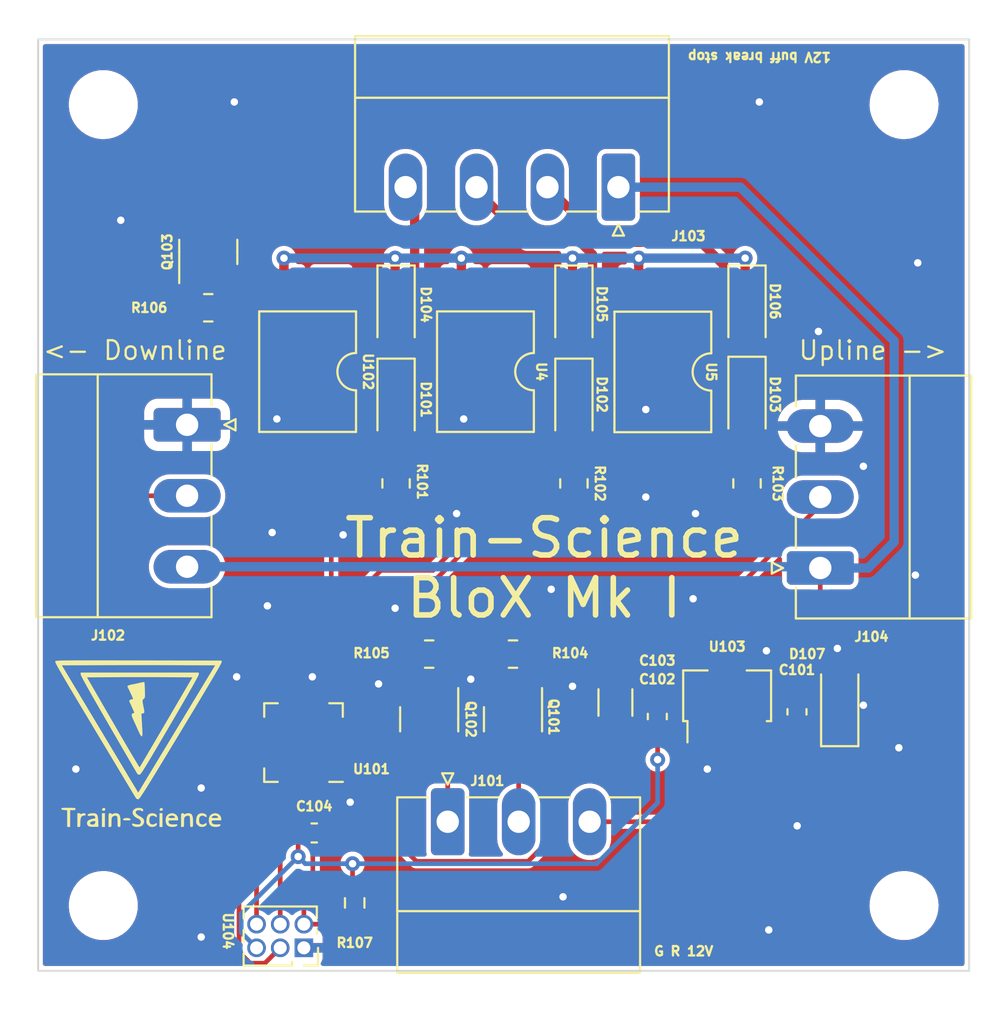
<source format=kicad_pcb>
(kicad_pcb (version 20211014) (generator pcbnew)
  (layers (0 "F.Cu" signal) (31 "B.Cu" signal) (34 "B.Paste" user) (35 "F.Paste" user) (36 "B.SilkS" user "B.Silkscreen") (37 "F.SilkS" user "F.Silkscreen") (38 "B.Mask" user) (39 "F.Mask" user) (44 "Edge.Cuts" user))
  (net 0 "")
  (net 1 "/stop")
  (net 2 "GND")
  (net 3 "/downline")
  (net 4 "/upline")
  (net 5 "/PWM")
  (net 6 "+5V")
  (net 7 "+12V")
  (net 8 "Net-(D101-Pad1)")
  (net 9 "/StopTrack")
  (net 10 "Net-(D102-Pad1)")
  (net 11 "/BreakTrack")
  (net 12 "Net-(D103-Pad1)")
  (net 13 "/BuffTrack")
  (net 14 "/red")
  (net 15 "/redAspect")
  (net 16 "/green")
  (net 17 "/greenAspect")
  (net 18 "Net-(R101-Pad2)")
  (net 19 "/break")
  (net 20 "/buff")
  (net 25 "/RESET")
  (net 26 "/MOSI")
  (net 27 "/MISO")
  (net 28 "/SCK")
  (net 29 "Net-(D104-Pad1)")
  (net 30 "Net-(R102-Pad2)")
  (net 31 "Net-(R103-Pad2)")
  (footprint "Package_TO_SOT_SMD:SOT-23" (layer "F.Cu") (at 223.5 111.5 -90)
    (fp_text reference "Q101" (at -0.121 -2.179 -90 unlocked) (layer "F.SilkS") (effects (font (size 0.5 0.5))))
    (fp_text value "AO3400A")
    (pad "1" smd roundrect (at -0.9375 -0.95 270) (size 1.475 0.6) (layers "F.Cu" "F.Paste" "F.Mask") (net 14 "/red"))
    (pad "2" smd roundrect (at -0.9375 0.95 270) (size 1.475 0.6) (layers "F.Cu" "F.Paste" "F.Mask") (net 2 "GND"))
    (pad "3" smd roundrect (at 0.9375 0 270) (size 1.475 0.6) (layers "F.Cu" "F.Paste" "F.Mask") (net 15 "/redAspect"))
  )
  (footprint "Package_DFN_QFN:MLF-20-1EP_4x4mm_P0.5mm_EP2.6x2.6mm" (layer "F.Cu") (at 212.25 112.75 180)
    (fp_text reference "U101" (at -3.65 -1.423 unlocked) (layer "F.SilkS") (effects (font (size 0.5 0.5))))
    (fp_text value "ATtiny2313A-M")
    (pad "1" smd roundrect (at -1.925 -1 180) (size 0.85 0.25) (layers "F.Cu" "F.Paste" "F.Mask"))
    (pad "2" smd roundrect (at -1.925 -0.5 180) (size 0.85 0.25) (layers "F.Cu" "F.Paste" "F.Mask"))
    (pad "3" smd roundrect (at -1.925 0 180) (size 0.85 0.25) (layers "F.Cu" "F.Paste" "F.Mask"))
    (pad "4" smd roundrect (at -1.925 0.5 180) (size 0.85 0.25) (layers "F.Cu" "F.Paste" "F.Mask"))
    (pad "5" smd roundrect (at -1.925 1 180) (size 0.85 0.25) (layers "F.Cu" "F.Paste" "F.Mask") (net 16 "/green"))
    (pad "6" smd roundrect (at -1 1.925 180) (size 0.25 0.85) (layers "F.Cu" "F.Paste" "F.Mask") (net 14 "/red"))
    (pad "7" smd roundrect (at -0.5 1.925 180) (size 0.25 0.85) (layers "F.Cu" "F.Paste" "F.Mask") (net 20 "/buff"))
    (pad "8" smd roundrect (at 0 1.925 180) (size 0.25 0.85) (layers "F.Cu" "F.Paste" "F.Mask") (net 2 "GND"))
    (pad "9" smd roundrect (at 0.5 1.925 180) (size 0.25 0.85) (layers "F.Cu" "F.Paste" "F.Mask") (net 19 "/break"))
    (pad "10" smd roundrect (at 1 1.925 180) (size 0.25 0.85) (layers "F.Cu" "F.Paste" "F.Mask") (net 1 "/stop"))
    (pad "11" smd roundrect (at 1.925 1 180) (size 0.85 0.25) (layers "F.Cu" "F.Paste" "F.Mask") (net 3 "/downline"))
    (pad "12" smd roundrect (at 1.925 0.5 180) (size 0.85 0.25) (layers "F.Cu" "F.Paste" "F.Mask"))
    (pad "13" smd roundrect (at 1.925 0 180) (size 0.85 0.25) (layers "F.Cu" "F.Paste" "F.Mask"))
    (pad "14" smd roundrect (at 1.925 -0.5 180) (size 0.85 0.25) (layers "F.Cu" "F.Paste" "F.Mask") (net 5 "/PWM"))
    (pad "15" smd roundrect (at 1.925 -1 180) (size 0.85 0.25) (layers "F.Cu" "F.Paste" "F.Mask") (net 26 "/MOSI"))
    (pad "16" smd roundrect (at 1 -1.925 180) (size 0.25 0.85) (layers "F.Cu" "F.Paste" "F.Mask") (net 27 "/MISO"))
    (pad "17" smd roundrect (at 0.5 -1.925 180) (size 0.25 0.85) (layers "F.Cu" "F.Paste" "F.Mask") (net 28 "/SCK"))
    (pad "18" smd roundrect (at 0 -1.925 180) (size 0.25 0.85) (layers "F.Cu" "F.Paste" "F.Mask") (net 6 "+5V"))
    (pad "19" smd roundrect (at -0.5 -1.925 180) (size 0.25 0.85) (layers "F.Cu" "F.Paste" "F.Mask") (net 25 "/RESET"))
    (pad "20" smd roundrect (at -1 -1.925 180) (size 0.25 0.85) (layers "F.Cu" "F.Paste" "F.Mask") (net 4 "/upline"))
    (pad "21" smd rect (at 0 0 180) (size 2.6 2.6) (layers "F.Cu" "F.Mask") (net 2 "GND"))
  )
  (footprint "Package_DIP:SMDIP-4_W9.53mm_Clearance8mm" (layer "F.Cu") (at 222.021 92.837 -90)
    (fp_text reference "U4" (at 0 -3 -90 unlocked) (layer "F.SilkS") (effects (font (size 0.5 0.5))))
    (fp_text value "SFH617A-3X017T")
    (pad "1" smd rect (at -4.765 -1.27 270) (size 1.5 1.78) (layers "F.Cu" "F.Paste" "F.Mask") (net 30 "Net-(R102-Pad2)"))
    (pad "2" smd rect (at -4.765 1.27 270) (size 1.5 1.78) (layers "F.Cu" "F.Paste" "F.Mask") (net 29 "Net-(D104-Pad1)"))
    (pad "3" smd rect (at 4.765 1.27 270) (size 1.5 1.78) (layers "F.Cu" "F.Paste" "F.Mask") (net 2 "GND"))
    (pad "4" smd rect (at 4.765 -1.27 270) (size 1.5 1.78) (layers "F.Cu" "F.Paste" "F.Mask") (net 19 "/break"))
  )
  (footprint "Resistor_SMD:R_0603_1608Metric_Pad0.98x0.95mm_HandSolder" (layer "F.Cu") (at 215 121.3575 -90)
    (fp_text reference "R107" (at 2.1425 0 unlocked) (layer "F.SilkS") (effects (font (size 0.5 0.5))))
    (fp_text value "10k")
    (pad "1" smd roundrect (at -0.9125 0 270) (size 0.975 0.95) (layers "F.Cu" "F.Paste" "F.Mask") (net 6 "+5V"))
    (pad "2" smd roundrect (at 0.9125 0 270) (size 0.975 0.95) (layers "F.Cu" "F.Paste" "F.Mask") (net 25 "/RESET"))
  )
  (footprint "custom_kicad_lib_sk:Train-Science logo small" (layer "F.Cu") (at 203.454 112.903)
    (fp_text reference "G***" hide)
    (fp_text value "LOGO" hide)
  )
  (footprint "Connector_Phoenix_MC:PhoenixContact_MC_1,5_3-G-3.81_1x03_P3.81mm_Horizontal" (layer "F.Cu") (at 206 95.69 -90)
    (fp_text reference "J102" (at 11.31 4.25 unlocked) (layer "F.SilkS") (effects (font (size 0.5 0.5))))
    (fp_text value "Conn_01x03_Male")
    (pad "1" thru_hole roundrect (at 0 0 270) (size 1.8 3.6) (drill 1.2) (layers *.Cu *.Mask) (roundrect_rratio 0.138889) (net 2 "GND"))
    (pad "2" thru_hole oval (at 3.81 0 270) (size 1.8 3.6) (drill 1.2) (layers *.Cu *.Mask) (net 3 "/downline"))
    (pad "3" thru_hole oval (at 7.62 0 270) (size 1.8 3.6) (drill 1.2) (layers *.Cu *.Mask) (net 7 "+12V"))
  )
  (footprint "MountingHole:MountingHole_3.2mm_M3" (layer "F.Cu") (at 244.5 78.5)
    (fp_text reference "H104" hide)
    (fp_text value "MountingHole")
    (pad "" np_thru_hole circle (at 0 0) (size 3.2 3.2) (drill 3.2) (layers *.Cu *.Mask))
  )
  (footprint "Resistor_SMD:R_0805_2012Metric_Pad1.20x1.40mm_HandSolder" (layer "F.Cu") (at 223.5 108 180)
    (fp_text reference "R104" (at -3.068 0.05 unlocked) (layer "F.SilkS") (effects (font (size 0.5 0.5))))
    (fp_text value "22k")
    (pad "1" smd roundrect (at -1 0 180) (size 1.2 1.4) (layers "F.Cu" "F.Paste" "F.Mask") (roundrect_rratio 0.208333) (net 14 "/red"))
    (pad "2" smd roundrect (at 1 0 180) (size 1.2 1.4) (layers "F.Cu" "F.Paste" "F.Mask") (roundrect_rratio 0.208333) (net 2 "GND"))
  )
  (footprint "Resistor_SMD:R_0805_2012Metric_Pad1.20x1.40mm_HandSolder" (layer "F.Cu") (at 217.221 98.837 -90)
    (fp_text reference "R101" (at -0.1 -1.4 -90 unlocked) (layer "F.SilkS") (effects (font (size 0.5 0.5))))
    (fp_text value "47R")
    (pad "1" smd roundrect (at -1 0 270) (size 1.2 1.4) (layers "F.Cu" "F.Paste" "F.Mask") (roundrect_rratio 0.208333) (net 9 "/StopTrack"))
    (pad "2" smd roundrect (at 1 0 270) (size 1.2 1.4) (layers "F.Cu" "F.Paste" "F.Mask") (roundrect_rratio 0.208333) (net 18 "Net-(R101-Pad2)"))
  )
  (footprint "Capacitor_SMD:C_0603_1608Metric_Pad1.08x0.95mm_HandSolder" (layer "F.Cu") (at 212.8255 117.602)
    (fp_text reference "C104" (at 0 -1.43 unlocked) (layer "F.SilkS") (effects (font (size 0.5 0.5))))
    (fp_text value "100nF")
    (pad "1" smd roundrect (at -0.8625 0) (size 1.075 0.95) (layers "F.Cu" "F.Paste" "F.Mask") (net 6 "+5V"))
    (pad "2" smd roundrect (at 0.8625 0) (size 1.075 0.95) (layers "F.Cu" "F.Paste" "F.Mask") (net 2 "GND"))
  )
  (footprint "Package_DIP:SMDIP-4_W9.53mm_Clearance8mm" (layer "F.Cu") (at 231.547 92.852 -90)
    (fp_text reference "U5" (at 0 -2.6 -90 unlocked) (layer "F.SilkS") (effects (font (size 0.5 0.5))))
    (fp_text value "SFH617A-3X017T")
    (pad "1" smd rect (at -4.765 -1.27 270) (size 1.5 1.78) (layers "F.Cu" "F.Paste" "F.Mask") (net 31 "Net-(R103-Pad2)"))
    (pad "2" smd rect (at -4.765 1.27 270) (size 1.5 1.78) (layers "F.Cu" "F.Paste" "F.Mask") (net 29 "Net-(D104-Pad1)"))
    (pad "3" smd rect (at 4.765 1.27 270) (size 1.5 1.78) (layers "F.Cu" "F.Paste" "F.Mask") (net 2 "GND"))
    (pad "4" smd rect (at 4.765 -1.27 270) (size 1.5 1.78) (layers "F.Cu" "F.Paste" "F.Mask") (net 20 "/buff"))
  )
  (footprint "Package_TO_SOT_SMD:SOT-23" (layer "F.Cu") (at 207.137 86.408 90)
    (fp_text reference "Q103" (at 0 -2.2 90 unlocked) (layer "F.SilkS") (effects (font (size 0.5 0.5))))
    (fp_text value "AO3400A")
    (pad "1" smd roundrect (at -0.9375 -0.95 90) (size 1.475 0.6) (layers "F.Cu" "F.Paste" "F.Mask") (net 5 "/PWM"))
    (pad "2" smd roundrect (at -0.9375 0.95 90) (size 1.475 0.6) (layers "F.Cu" "F.Paste" "F.Mask") (net 2 "GND"))
    (pad "3" smd roundrect (at 0.9375 0 90) (size 1.475 0.6) (layers "F.Cu" "F.Paste" "F.Mask") (net 29 "Net-(D104-Pad1)"))
  )
  (footprint "Package_TO_SOT_SMD:SOT-89-3" (layer "F.Cu") (at 235 110.5375 90)
    (fp_text reference "U103" (at 2.9375 0 unlocked) (layer "F.SilkS") (effects (font (size 0.5 0.5))))
    (fp_text value "L78L05_SOT89")
    (pad "1" smd rect (at -1.65 -1.5 90) (size 1.3 0.9) (layers "F.Cu" "F.Paste" "F.Mask") (net 6 "+5V"))
    (pad "2" smd custom (at -1.5625 0 90) (size 1.475 0.9) (layers "F.Cu" "F.Paste" "F.Mask") (net 2 "GND") (options (clearance outline) (anchor rect)) (primitives (gr_poly (pts (xy 3.8625 0.8665) (xy 0.7375 0.8665) (xy 0.7375 -0.8665) (xy 3.8625 -0.8665)) (width 0) (fill yes))))
    (pad "3" smd rect (at -1.65 1.5 90) (size 1.3 0.9) (layers "F.Cu" "F.Paste" "F.Mask") (net 7 "+12V"))
  )
  (footprint "MountingHole:MountingHole_3.2mm_M3" (layer "F.Cu") (at 201.5 121.5)
    (fp_text reference "H101" hide)
    (fp_text value "MountingHole")
    (pad "" np_thru_hole circle (at 0 0) (size 3.2 3.2) (drill 3.2) (layers *.Cu *.Mask))
  )
  (footprint "Capacitor_SMD:C_1206_3216Metric_Pad1.33x1.80mm_HandSolder" (layer "F.Cu") (at 229 110.6 90)
    (fp_text reference "C103" (at 2.25 2.25 unlocked) (layer "F.SilkS") (effects (font (size 0.5 0.5))))
    (fp_text value "100uF")
    (pad "1" smd roundrect (at -1.5625 0 90) (size 1.325 1.8) (layers "F.Cu" "F.Paste" "F.Mask") (roundrect_rratio 0.188679) (net 6 "+5V"))
    (pad "2" smd roundrect (at 1.5625 0 90) (size 1.325 1.8) (layers "F.Cu" "F.Paste" "F.Mask") (roundrect_rratio 0.188679) (net 2 "GND"))
  )
  (footprint "Capacitor_SMD:C_0603_1608Metric_Pad1.08x0.95mm_HandSolder" (layer "F.Cu") (at 238.75 111.1 90)
    (fp_text reference "C101" (at 2.25 0 unlocked) (layer "F.SilkS") (effects (font (size 0.5 0.5))))
    (fp_text value "330nF")
    (pad "1" smd roundrect (at -0.8625 0 90) (size 1.075 0.95) (layers "F.Cu" "F.Paste" "F.Mask") (net 7 "+12V"))
    (pad "2" smd roundrect (at 0.8625 0 90) (size 1.075 0.95) (layers "F.Cu" "F.Paste" "F.Mask") (net 2 "GND"))
  )
  (footprint "Diode_SMD:D_SOD-123F" (layer "F.Cu") (at 226.771 89.337 -90)
    (fp_text reference "D105" (at -0.127 -1.5 -90 unlocked) (layer "F.SilkS") (effects (font (size 0.5 0.5))))
    (fp_text value "SM4007")
    (pad "1" smd rect (at -1.4 0 270) (size 1.1 1.1) (layers "F.Cu" "F.Paste" "F.Mask") (net 29 "Net-(D104-Pad1)"))
    (pad "2" smd rect (at 1.4 0 270) (size 1.1 1.1) (layers "F.Cu" "F.Paste" "F.Mask") (net 10 "Net-(D102-Pad1)"))
  )
  (footprint "MountingHole:MountingHole_3.2mm_M3" (layer "F.Cu") (at 244.5 121.5)
    (fp_text reference "H102" hide)
    (fp_text value "MountingHole")
    (pad "" np_thru_hole circle (at 0 0) (size 3.2 3.2) (drill 3.2) (layers *.Cu *.Mask))
  )
  (footprint "Diode_SMD:D_SOD-123F" (layer "F.Cu") (at 217.221 89.337 -90)
    (fp_text reference "D104" (at -0.1 -1.6 -90 unlocked) (layer "F.SilkS") (effects (font (size 0.5 0.5))))
    (fp_text value "SM4007")
    (pad "1" smd rect (at -1.4 0 270) (size 1.1 1.1) (layers "F.Cu" "F.Paste" "F.Mask") (net 29 "Net-(D104-Pad1)"))
    (pad "2" smd rect (at 1.4 0 270) (size 1.1 1.1) (layers "F.Cu" "F.Paste" "F.Mask") (net 8 "Net-(D101-Pad1)"))
  )
  (footprint "Capacitor_SMD:C_0603_1608Metric_Pad1.08x0.95mm_HandSolder" (layer "F.Cu") (at 231.25 111.35 90)
    (fp_text reference "C102" (at 2 0 unlocked) (layer "F.SilkS") (effects (font (size 0.5 0.5))))
    (fp_text value "100nF")
    (pad "1" smd roundrect (at -0.8625 0 90) (size 1.075 0.95) (layers "F.Cu" "F.Paste" "F.Mask") (net 6 "+5V"))
    (pad "2" smd roundrect (at 0.8625 0 90) (size 1.075 0.95) (layers "F.Cu" "F.Paste" "F.Mask") (net 2 "GND"))
  )
  (footprint "Resistor_SMD:R_0805_2012Metric_Pad1.20x1.40mm_HandSolder" (layer "F.Cu") (at 207.137 89.408)
    (fp_text reference "R106" (at -3.175 0 unlocked) (layer "F.SilkS") (effects (font (size 0.5 0.5))))
    (fp_text value "22k")
    (pad "1" smd roundrect (at -1 0) (size 1.2 1.4) (layers "F.Cu" "F.Paste" "F.Mask") (roundrect_rratio 0.208333) (net 5 "/PWM"))
    (pad "2" smd roundrect (at 1 0) (size 1.2 1.4) (layers "F.Cu" "F.Paste" "F.Mask") (roundrect_rratio 0.208333) (net 2 "GND"))
  )
  (footprint "Diode_SMD:D_SOD-123F" (layer "F.Cu") (at 236.067 89.337 -90)
    (fp_text reference "D106" (at -0.275 -1.5 -90 unlocked) (layer "F.SilkS") (effects (font (size 0.5 0.5))))
    (fp_text value "SM4007")
    (pad "1" smd rect (at -1.4 0 270) (size 1.1 1.1) (layers "F.Cu" "F.Paste" "F.Mask") (net 29 "Net-(D104-Pad1)"))
    (pad "2" smd rect (at 1.4 0 270) (size 1.1 1.1) (layers "F.Cu" "F.Paste" "F.Mask") (net 12 "Net-(D103-Pad1)"))
  )
  (footprint "Connector_Phoenix_MC:PhoenixContact_MC_1,5_4-G-3.81_1x04_P3.81mm_Horizontal" (layer "F.Cu") (at 229.16 82.9325 180)
    (fp_text reference "J103" (at -3.761 -2.631 unlocked) (layer "F.SilkS") (effects (font (size 0.5 0.5))))
    (fp_text value "Conn_01x04_Male")
    (pad "1" thru_hole roundrect (at 0 0 180) (size 1.8 3.6) (drill 1.2) (layers *.Cu *.Mask) (roundrect_rratio 0.138889) (net 7 "+12V"))
    (pad "2" thru_hole oval (at 3.81 0 180) (size 1.8 3.6) (drill 1.2) (layers *.Cu *.Mask) (net 13 "/BuffTrack"))
    (pad "3" thru_hole oval (at 7.62 0 180) (size 1.8 3.6) (drill 1.2) (layers *.Cu *.Mask) (net 11 "/BreakTrack"))
    (pad "4" thru_hole oval (at 11.43 0 180) (size 1.8 3.6) (drill 1.2) (layers *.Cu *.Mask) (net 9 "/StopTrack"))
  )
  (footprint "Connector_PinSocket_1.27mm:PinSocket_2x03_P1.27mm_Vertical" (layer "F.Cu") (at 212.27 123.77 -90)
    (fp_text reference "U104" (at -0.9 4.075 -90 unlocked) (layer "F.SilkS") (effects (font (size 0.5 0.5))))
    (fp_text value "HEADER_3x2")
    (pad "1" thru_hole rect (at 0 0 270) (size 1 1) (drill 0.7) (layers *.Cu *.Mask) (net 2 "GND"))
    (pad "2" thru_hole oval (at -1.27 0 270) (size 1 1) (drill 0.7) (layers *.Cu *.Mask) (net 25 "/RESET"))
    (pad "3" thru_hole oval (at 0 1.27 270) (size 1 1) (drill 0.7) (layers *.Cu *.Mask) (net 26 "/MOSI"))
    (pad "4" thru_hole oval (at -1.27 1.27 270) (size 1 1) (drill 0.7) (layers *.Cu *.Mask) (net 28 "/SCK"))
    (pad "5" thru_hole oval (at 0 2.54 270) (size 1 1) (drill 0.7) (layers *.Cu *.Mask) (net 6 "+5V"))
    (pad "6" thru_hole oval (at -1.27 2.54 270) (size 1 1) (drill 0.7) (layers *.Cu *.Mask) (net 27 "/MISO"))
  )
  (footprint "Diode_SMD:D_SOD-123F" (layer "F.Cu") (at 217.221 94.337 -90)
    (fp_text reference "D101" (at 0 -1.6 -90 unlocked) (layer "F.SilkS") (effects (font (size 0.5 0.5))))
    (fp_text value "SM4007")
    (pad "1" smd rect (at -1.4 0 270) (size 1.1 1.1) (layers "F.Cu" "F.Paste" "F.Mask") (net 8 "Net-(D101-Pad1)"))
    (pad "2" smd rect (at 1.4 0 270) (size 1.1 1.1) (layers "F.Cu" "F.Paste" "F.Mask") (net 9 "/StopTrack"))
  )
  (footprint "Diode_SMD:D_SOD-123F" (layer "F.Cu") (at 226.771 94.337 -90)
    (fp_text reference "D102" (at -0.275 -1.5 -90 unlocked) (layer "F.SilkS") (effects (font (size 0.5 0.5))))
    (fp_text value "SM4007")
    (pad "1" smd rect (at -1.4 0 270) (size 1.1 1.1) (layers "F.Cu" "F.Paste" "F.Mask") (net 10 "Net-(D102-Pad1)"))
    (pad "2" smd rect (at 1.4 0 270) (size 1.1 1.1) (layers "F.Cu" "F.Paste" "F.Mask") (net 11 "/BreakTrack"))
  )
  (footprint "Resistor_SMD:R_0805_2012Metric_Pad1.20x1.40mm_HandSolder" (layer "F.Cu") (at 226.771 98.837 -90)
    (fp_text reference "R102" (at 0 -1.4 -90 unlocked) (layer "F.SilkS") (effects (font (size 0.5 0.5))))
    (fp_text value "47R")
    (pad "1" smd roundrect (at -1 0 270) (size 1.2 1.4) (layers "F.Cu" "F.Paste" "F.Mask") (roundrect_rratio 0.208333) (net 11 "/BreakTrack"))
    (pad "2" smd roundrect (at 1 0 270) (size 1.2 1.4) (layers "F.Cu" "F.Paste" "F.Mask") (roundrect_rratio 0.208333) (net 30 "Net-(R102-Pad2)"))
  )
  (footprint "Package_DIP:SMDIP-4_W9.53mm_Clearance8mm" (layer "F.Cu") (at 212.471 92.837 -90)
    (fp_text reference "U102" (at 0 -3.25 -90 unlocked) (layer "F.SilkS") (effects (font (size 0.5 0.5))))
    (fp_text value "SFH617A-3X017T")
    (pad "1" smd rect (at -4.765 -1.27 270) (size 1.5 1.78) (layers "F.Cu" "F.Paste" "F.Mask") (net 18 "Net-(R101-Pad2)"))
    (pad "2" smd rect (at -4.765 1.27 270) (size 1.5 1.78) (layers "F.Cu" "F.Paste" "F.Mask") (net 29 "Net-(D104-Pad1)"))
    (pad "3" smd rect (at 4.765 1.27 270) (size 1.5 1.78) (layers "F.Cu" "F.Paste" "F.Mask") (net 2 "GND"))
    (pad "4" smd rect (at 4.765 -1.27 270) (size 1.5 1.78) (layers "F.Cu" "F.Paste" "F.Mask") (net 1 "/stop"))
  )
  (footprint "Connector_Phoenix_MC:PhoenixContact_MC_1,5_3-G-3.81_1x03_P3.81mm_Horizontal" (layer "F.Cu") (at 219.995 117)
    (fp_text reference "J101" (at 2.128 -2.192 unlocked) (layer "F.SilkS") (effects (font (size 0.5 0.5))))
    (fp_text value "Conn_01x03_Male")
    (pad "1" thru_hole roundrect (at 0 0) (size 1.8 3.6) (drill 1.2) (layers *.Cu *.Mask) (roundrect_rratio 0.138889) (net 17 "/greenAspect"))
    (pad "2" thru_hole oval (at 3.81 0) (size 1.8 3.6) (drill 1.2) (layers *.Cu *.Mask) (net 15 "/redAspect"))
    (pad "3" thru_hole oval (at 7.62 0) (size 1.8 3.6) (drill 1.2) (layers *.Cu *.Mask) (net 7 "+12V"))
  )
  (footprint "Diode_SMD:D_SOD-123F" (layer "F.Cu") (at 241.046 110.744 90)
    (fp_text reference "D107" (at 2.75 -1.75 unlocked) (layer "F.SilkS") (effects (font (size 0.5 0.5))))
    (fp_text value "SM4007")
    (pad "1" smd rect (at -1.4 0 90) (size 1.1 1.1) (layers "F.Cu" "F.Paste" "F.Mask") (net 7 "+12V"))
    (pad "2" smd rect (at 1.4 0 90) (size 1.1 1.1) (layers "F.Cu" "F.Paste" "F.Mask") (net 2 "GND"))
  )
  (footprint "Diode_SMD:D_SOD-123F" (layer "F.Cu") (at 236.067 94.237 -90)
    (fp_text reference "D103" (at -0.175 -1.5 -90 unlocked) (layer "F.SilkS") (effects (font (size 0.5 0.5))))
    (fp_text value "SM4007")
    (pad "1" smd rect (at -1.4 0 270) (size 1.1 1.1) (layers "F.Cu" "F.Paste" "F.Mask") (net 12 "Net-(D103-Pad1)"))
    (pad "2" smd rect (at 1.4 0 270) (size 1.1 1.1) (layers "F.Cu" "F.Paste" "F.Mask") (net 13 "/BuffTrack"))
  )
  (footprint "MountingHole:MountingHole_3.2mm_M3" (layer "F.Cu") (at 201.5 78.5)
    (fp_text reference "H103" hide)
    (fp_text value "MountingHole")
    (pad "" np_thru_hole circle (at 0 0) (size 3.2 3.2) (drill 3.2) (layers *.Cu *.Mask))
  )
  (footprint "Connector_Phoenix_MC:PhoenixContact_MC_1,5_3-G-3.81_1x03_P3.81mm_Horizontal" (layer "F.Cu") (at 240 103.378 90)
    (fp_text reference "J104" (at -3.69 2.75 unlocked) (layer "F.SilkS") (effects (font (size 0.5 0.5))))
    (fp_text value "Conn_01x03_Male")
    (pad "1" thru_hole roundrect (at 0 0 90) (size 1.8 3.6) (drill 1.2) (layers *.Cu *.Mask) (roundrect_rratio 0.138889) (net 7 "+12V"))
    (pad "2" thru_hole oval (at 3.81 0 90) (size 1.8 3.6) (drill 1.2) (layers *.Cu *.Mask) (net 4 "/upline"))
    (pad "3" thru_hole oval (at 7.62 0 90) (size 1.8 3.6) (drill 1.2) (layers *.Cu *.Mask) (net 2 "GND"))
  )
  (footprint "Resistor_SMD:R_0805_2012Metric_Pad1.20x1.40mm_HandSolder" (layer "F.Cu") (at 236.067 98.837 -90)
    (fp_text reference "R103" (at 0 -1.65 -90 unlocked) (layer "F.SilkS") (effects (font (size 0.5 0.5))))
    (fp_text value "47R")
    (pad "1" smd roundrect (at -1 0 270) (size 1.2 1.4) (layers "F.Cu" "F.Paste" "F.Mask") (roundrect_rratio 0.208333) (net 13 "/BuffTrack"))
    (pad "2" smd roundrect (at 1 0 270) (size 1.2 1.4) (layers "F.Cu" "F.Paste" "F.Mask") (roundrect_rratio 0.208333) (net 31 "Net-(R103-Pad2)"))
  )
  (footprint "Package_TO_SOT_SMD:SOT-23" (layer "F.Cu") (at 219 111.5 -90)
    (fp_text reference "Q102" (at 0 -2.234 -90 unlocked) (layer "F.SilkS") (effects (font (size 0.5 0.5))))
    (fp_text value "AO3400A")
    (pad "1" smd roundrect (at -0.9375 -0.95 270) (size 1.475 0.6) (layers "F.Cu" "F.Paste" "F.Mask") (net 16 "/green"))
    (pad "2" smd roundrect (at -0.9375 0.95 270) (size 1.475 0.6) (layers "F.Cu" "F.Paste" "F.Mask") (net 2 "GND"))
    (pad "3" smd roundrect (at 0.9375 0 270) (size 1.475 0.6) (layers "F.Cu" "F.Paste" "F.Mask") (net 17 "/greenAspect"))
  )
  (footprint "Resistor_SMD:R_0805_2012Metric_Pad1.20x1.40mm_HandSolder" (layer "F.Cu") (at 219 108 180)
    (fp_text reference "R105" (at 3.1 0.05 unlocked) (layer "F.SilkS") (effects (font (size 0.5 0.5))))
    (fp_text value "22k")
    (pad "1" smd roundrect (at -1 0 180) (size 1.2 1.4) (layers "F.Cu" "F.Paste" "F.Mask") (roundrect_rratio 0.208333) (net 16 "/green"))
    (pad "2" smd roundrect (at 1 0 180) (size 1.2 1.4) (layers "F.Cu" "F.Paste" "F.Mask") (roundrect_rratio 0.208333) (net 2 "GND"))
  )
  (gr_rect (start 198 75) (end 248 125) (layer "Edge.Cuts") (width 0.1) (fill none))
  (gr_text "12V buff break stop" (at 236.728 75.946 180) (layer "F.SilkS") (effects (font (size 0.5 0.5) (thickness 0.125))))
  (gr_text "G R 12V" (at 232.664 123.952) (layer "F.SilkS") (effects (font (size 0.5 0.5) (thickness 0.125))))
  (gr_text "<- Downline" (at 203.2 91.694) (layer "F.SilkS") (effects (font (size 1 1) (thickness 0.125))))
  (gr_text "Train-Science\nBloX Mk I" (at 225.171 103.378) (layer "F.SilkS") (effects (font (size 2 2) (thickness 0.3))))
  (gr_text "Upline ->" (at 242.824 91.694) (layer "F.SilkS") (effects (font (size 1 1) (thickness 0.125))))
  (segment (start 213.741 97.602) (end 213.741 105.537) (width 0.25) (layer "F.Cu") (net 1))
  (segment (start 211.25 108.028) (end 211.25 110.825) (width 0.25) (layer "F.Cu") (net 1))
  (segment (start 213.741 105.537) (end 211.25 108.028) (width 0.25) (layer "F.Cu") (net 1))
  (segment (start 212.25 110.825) (end 212.25 109.695) (width 0.25) (layer "F.Cu") (net 2))
  (segment (start 212.25 110.825) (end 212.25 112.75) (width 0.25) (layer "F.Cu") (net 2))
  (segment (start 218 108) (end 217.882 108) (width 0.25) (layer "F.Cu") (net 2))
  (segment (start 217.882 108) (end 216.281 109.601) (width 0.25) (layer "F.Cu") (net 2))
  (segment (start 212.25 109.695) (end 212.725 109.22) (width 0.25) (layer "F.Cu") (net 2))
  (via (at 206.756 123.19) (size 0.8) (drill 0.4) (layers "F.Cu" "B.Cu") (net 2))
  (via (at 208.534 78.359) (size 0.8) (drill 0.4) (layers "F.Cu" "B.Cu") (net 2))
  (via (at 206.756 115.189) (size 0.8) (drill 0.4) (layers "F.Cu" "B.Cu") (net 2))
  (via (at 240.919 107.696) (size 0.8) (drill 0.4) (layers "F.Cu" "B.Cu") (net 2))
  (via (at 208.661 109.22) (size 0.8) (drill 0.4) (layers "F.Cu" "B.Cu") (net 2))
  (via (at 214.376 101.6) (size 0.8) (drill 0.4) (layers "F.Cu" "B.Cu") (net 2))
  (via (at 217.17 105.537) (size 0.8) (drill 0.4) (layers "F.Cu" "B.Cu") (net 2))
  (via (at 244.221 113.03) (size 0.8) (drill 0.4) (layers "F.Cu" "B.Cu") (net 2))
  (via (at 202.438 84.709) (size 0.8) (drill 0.4) (layers "F.Cu" "B.Cu") (net 2))
  (via (at 210.312 105.41) (size 0.8) (drill 0.4) (layers "F.Cu" "B.Cu") (net 2))
  (via (at 216.281 109.601) (size 0.8) (drill 0.4) (layers "F.Cu" "B.Cu") (net 2))
  (via (at 214.757 115.951) (size 0.8) (drill 0.4) (layers "F.Cu" "B.Cu") (net 2))
  (via (at 245.11 103.759) (size 0.8) (drill 0.4) (layers "F.Cu" "B.Cu") (net 2))
  (via (at 236.728 78.359) (size 0.8) (drill 0.4) (layers "F.Cu" "B.Cu") (net 2))
  (via (at 230.632 99.568) (size 0.8) (drill 0.4) (layers "F.Cu" "B.Cu") (net 2))
  (via (at 220.853 95.377) (size 0.8) (drill 0.4) (layers "F.Cu" "B.Cu") (net 2))
  (via (at 225.552 104.521) (size 0.8) (drill 0.4) (layers "F.Cu" "B.Cu") (net 2))
  (via (at 237.109 107.823) (size 0.8) (drill 0.4) (layers "F.Cu" "B.Cu") (net 2))
  (via (at 220.472 100.457) (size 0.8) (drill 0.4) (layers "F.Cu" "B.Cu") (net 2))
  (via (at 242.316 110.744) (size 0.8) (drill 0.4) (layers "F.Cu" "B.Cu") (net 2))
  (via (at 221.234 109.347) (size 0.8) (drill 0.4) (layers "F.Cu" "B.Cu") (net 2))
  (via (at 245.237 86.995) (size 0.8) (drill 0.4) (layers "F.Cu" "B.Cu") (net 2))
  (via (at 233.172 105.029) (size 0.8) (drill 0.4) (layers "F.Cu" "B.Cu") (net 2))
  (via (at 226.187 121.031) (size 0.8) (drill 0.4) (layers "F.Cu" "B.Cu") (net 2))
  (via (at 242.316 97.917) (size 0.8) (drill 0.4) (layers "F.Cu" "B.Cu") (net 2))
  (via (at 238.76 117.221) (size 0.8) (drill 0.4) (layers "F.Cu" "B.Cu") (net 2))
  (via (at 210.566 101.473) (size 0.8) (drill 0.4) (layers "F.Cu" "B.Cu") (net 2))
  (via (at 212.725 109.22) (size 0.8) (drill 0.4) (layers "F.Cu" "B.Cu") (net 2))
  (via (at 230.632 94.869) (size 0.8) (drill 0.4) (layers "F.Cu" "B.Cu") (net 2))
  (via (at 200.025 114.173) (size 0.8) (drill 0.4) (layers "F.Cu" "B.Cu") (net 2))
  (via (at 239.903 90.678) (size 0.8) (drill 0.4) (layers "F.Cu" "B.Cu") (net 2))
  (via (at 233.934 114.173) (size 0.8) (drill 0.4) (layers "F.Cu" "B.Cu") (net 2))
  (via (at 226.695 109.728) (size 0.8) (drill 0.4) (layers "F.Cu" "B.Cu") (net 2))
  (via (at 210.82 95.377) (size 0.8) (drill 0.4) (layers "F.Cu" "B.Cu") (net 2))
  (via (at 233.299 100.457) (size 0.8) (drill 0.4) (layers "F.Cu" "B.Cu") (net 2))
  (via (at 237.236 122.809) (size 0.8) (drill 0.4) (layers "F.Cu" "B.Cu") (net 2))
  (segment (start 208.524718 111.75) (end 201.36352 104.588802) (width 0.25) (layer "F.Cu") (net 3))
  (segment (start 203.014 99.5) (end 206 99.5) (width 0.25) (layer "F.Cu") (net 3))
  (segment (start 201.36352 101.15048) (end 203.014 99.5) (width 0.25) (layer "F.Cu") (net 3))
  (segment (start 201.36352 104.588802) (end 201.36352 101.15048) (width 0.25) (layer "F.Cu") (net 3))
  (segment (start 210.325 111.75) (end 208.524718 111.75) (width 0.25) (layer "F.Cu") (net 3))
  (segment (start 218.31152 119.12452) (end 216.027 116.84) (width 0.25) (layer "F.Cu") (net 4))
  (segment (start 229.97548 110.02452) (end 229.06548 110.02452) (width 0.25) (layer "F.Cu") (net 4))
  (segment (start 215.392 114.681) (end 213.256 114.681) (width 0.25) (layer "F.Cu") (net 4))
  (segment (start 213.256 114.681) (end 213.25 114.675) (width 0.25) (layer "F.Cu") (net 4))
  (segment (start 224.312212 119.12452) (end 218.31152 119.12452) (width 0.25) (layer "F.Cu") (net 4))
  (segment (start 225.171 118.265732) (end 224.312212 119.12452) (width 0.25) (layer "F.Cu") (net 4))
  (segment (start 240 100) (end 232.8015 107.1985) (width 0.25) (layer "F.Cu") (net 4))
  (segment (start 225.171 113.919) (end 225.171 118.265732) (width 0.25) (layer "F.Cu") (net 4))
  (segment (start 216.027 116.84) (end 216.027 115.316) (width 0.25) (layer "F.Cu") (net 4))
  (segment (start 229.06548 110.02452) (end 225.171 113.919) (width 0.25) (layer "F.Cu") (net 4))
  (segment (start 232.8015 107.1985) (end 229.97548 110.02452) (width 0.25) (layer "F.Cu") (net 4))
  (segment (start 216.027 115.316) (end 215.392 114.681) (width 0.25) (layer "F.Cu") (net 4))
  (segment (start 200.914 93.345) (end 203.8985 90.3605) (width 0.25) (layer "F.Cu") (net 5))
  (segment (start 206.137 89.408) (end 204.851 89.408) (width 0.25) (layer "F.Cu") (net 5))
  (segment (start 206.137 87.3955) (end 206.187 87.3455) (width 0.25) (layer "F.Cu") (net 5))
  (segment (start 209.389 113.25) (end 200.914 104.775) (width 0.25) (layer "F.Cu") (net 5))
  (segment (start 200.914 104.775) (end 200.914 93.345) (width 0.25) (layer "F.Cu") (net 5))
  (segment (start 204.851 89.408) (end 203.8985 90.3605) (width 0.25) (layer "F.Cu") (net 5))
  (segment (start 206.137 89.408) (end 206.137 87.3955) (width 0.25) (layer "F.Cu") (net 5))
  (segment (start 210.325 113.25) (end 209.389 113.25) (width 0.25) (layer "F.Cu") (net 5))
  (segment (start 203.8985 90.3605) (end 204.137 90.122) (width 0.25) (layer "F.Cu") (net 5))
  (segment (start 212.25 114.675) (end 212.25 117.315) (width 0.25) (layer "F.Cu") (net 6))
  (segment (start 211.963 117.602) (end 211.963 118.872) (width 0.25) (layer "F.Cu") (net 6))
  (segment (start 214.884 119.253) (end 214.884 120.329) (width 0.25) (layer "F.Cu") (net 6))
  (segment (start 212.25 117.315) (end 211.963 117.602) (width 0.25) (layer "F.Cu") (net 6))
  (segment (start 231.267 112.2295) (end 231.25 112.2125) (width 0.25) (layer "F.Cu") (net 6))
  (segment (start 229 112.1625) (end 229.025 112.1875) (width 0.25) (layer "F.Cu") (net 6))
  (segment (start 231.267 113.665) (end 231.267 112.2295) (width 0.25) (layer "F.Cu") (net 6))
  (segment (start 214.884 120.329) (end 215 120.445) (width 0.25) (layer "F.Cu") (net 6))
  (segment (start 229.025 112.1875) (end 233.5 112.1875) (width 0.25) (layer "F.Cu") (net 6))
  (via (at 231.267 113.665) (size 0.8) (drill 0.4) (layers "F.Cu" "B.Cu") (net 6))
  (via (at 214.884 119.253) (size 0.8) (drill 0.4) (layers "F.Cu" "B.Cu") (net 6))
  (via (at 211.963 118.872) (size 0.8) (drill 0.4) (layers "F.Cu" "B.Cu") (net 6))
  (segment (start 211.963 118.872) (end 212.344 119.253) (width 0.25) (layer "B.Cu") (net 6))
  (segment (start 208.905489 122.945489) (end 208.905489 121.929511) (width 0.25) (layer "B.Cu") (net 6))
  (segment (start 214.884 119.253) (end 227.993732 119.253) (width 0.25) (layer "B.Cu") (net 6))
  (segment (start 231.267 115.979732) (end 231.267 113.665) (width 0.25) (layer "B.Cu") (net 6))
  (segment (start 212.344 119.253) (end 214.884 119.253) (width 0.25) (layer "B.Cu") (net 6))
  (segment (start 209.73 123.77) (end 208.905489 122.945489) (width 0.25) (layer "B.Cu") (net 6))
  (segment (start 208.905489 121.929511) (end 211.963 118.872) (width 0.25) (layer "B.Cu") (net 6))
  (segment (start 227.993732 119.253) (end 231.267 115.979732) (width 0.25) (layer "B.Cu") (net 6))
  (segment (start 240 103.81) (end 240 105.253) (width 0.25) (layer "F.Cu") (net 7))
  (segment (start 236.5 112.1875) (end 241.0025 112.1875) (width 0.25) (layer "F.Cu") (net 7))
  (segment (start 236.5 114.274) (end 236.5 112.1875) (width 0.25) (layer "F.Cu") (net 7))
  (segment (start 243.713 110.871) (end 242.44 112.144) (width 0.25) (layer "F.Cu") (net 7))
  (segment (start 242.44 112.144) (end 241.046 112.144) (width 0.25) (layer "F.Cu") (net 7))
  (segment (start 233.774 117) (end 236.5 114.274) (width 0.25) (layer "F.Cu") (net 7))
  (segment (start 241.0025 112.1875) (end 241.046 112.144) (width 0.25) (layer "F.Cu") (net 7))
  (segment (start 227.615 117) (end 233.774 117) (width 0.25) (layer "F.Cu") (net 7))
  (segment (start 240 105.253) (end 243.713 108.966) (width 0.25) (layer "F.Cu") (net 7))
  (segment (start 243.713 108.966) (end 243.713 110.871) (width 0.25) (layer "F.Cu") (net 7))
  (segment (start 235.7135 82.9325) (end 243.967 91.186) (width 0.5) (layer "B.Cu") (net 7))
  (segment (start 243.967 101.981) (end 242.57 103.378) (width 0.5) (layer "B.Cu") (net 7))
  (segment (start 206 103.31) (end 239.5 103.31) (width 0.5) (layer "B.Cu") (net 7))
  (segment (start 242.57 103.378) (end 240 103.378) (width 0.5) (layer "B.Cu") (net 7))
  (segment (start 229.16 82.9325) (end 235.7135 82.9325) (width 0.5) (layer "B.Cu") (net 7))
  (segment (start 240.203 104.013) (end 240 103.81) (width 0.5) (layer "B.Cu") (net 7))
  (segment (start 243.967 91.186) (end 243.967 101.981) (width 0.5) (layer "B.Cu") (net 7))
  (segment (start 239.5 103.31) (end 240 103.81) (width 0.5) (layer "B.Cu") (net 7))
  (segment (start 217.221 92.937) (end 217.221 90.737) (width 0.5) (layer "F.Cu") (net 8))
  (segment (start 218.220511 83.423011) (end 218.220511 94.737489) (width 0.5) (layer "F.Cu") (net 9))
  (segment (start 217.73 82.9325) (end 218.220511 83.423011) (width 0.5) (layer "F.Cu") (net 9))
  (segment (start 218.220511 94.737489) (end 217.221 95.737) (width 0.5) (layer "F.Cu") (net 9))
  (segment (start 217.221 97.837) (end 217.221 95.737) (width 0.25) (layer "F.Cu") (net 9))
  (segment (start 226.771 92.937) (end 226.771 90.737) (width 0.5) (layer "F.Cu") (net 10))
  (segment (start 221.54 83.11) (end 221.54 82.9325) (width 0.5) (layer "F.Cu") (net 11))
  (segment (start 227.076 85.852) (end 224.282 85.852) (width 0.5) (layer "F.Cu") (net 11))
  (segment (start 226.771 97.837) (end 226.771 95.737) (width 0.5) (layer "F.Cu") (net 11))
  (segment (start 227.770511 86.546511) (end 227.076 85.852) (width 0.5) (layer "F.Cu") (net 11))
  (segment (start 224.282 85.852) (end 221.54 83.11) (width 0.5) (layer "F.Cu") (net 11))
  (segment (start 226.771 95.737) (end 227.770511 94.737489) (width 0.5) (layer "F.Cu") (net 11))
  (segment (start 227.770511 94.737489) (end 227.770511 86.546511) (width 0.5) (layer "F.Cu") (net 11))
  (segment (start 236.067 92.837) (end 236.067 90.737) (width 0.5) (layer "F.Cu") (net 12))
  (segment (start 236.067 97.837) (end 236.067 95.637) (width 0.5) (layer "F.Cu") (net 13))
  (segment (start 233.592489 85.891489) (end 234.823 87.122) (width 0.5) (layer "F.Cu") (net 13))
  (segment (start 234.823 94.393) (end 236.067 95.637) (width 0.5) (layer "F.Cu") (net 13))
  (segment (start 234.823 87.122) (end 234.823 94.393) (width 0.5) (layer "F.Cu") (net 13))
  (segment (start 225.35 82.9325) (end 228.308989 85.891489) (width 0.5) (layer "F.Cu") (net 13))
  (segment (start 228.308989 85.891489) (end 233.592489 85.891489) (width 0.5) (layer "F.Cu") (net 13))
  (segment (start 213.25 110.472283) (end 214.756641 108.965641) (width 0.25) (layer "F.Cu") (net 14))
  (segment (start 214.756641 108.965641) (end 217.196323 106.52596) (width 0.25) (layer "F.Cu") (net 14))
  (segment (start 224.45 108.05) (end 224.5 108) (width 0.25) (layer "F.Cu") (net 14))
  (segment (start 224.12796 106.52596) (end 224.536 106.934) (width 0.25) (layer "F.Cu") (net 14))
  (segment (start 224.536 107.964) (end 224.5 108) (width 0.25) (layer "F.Cu") (net 14))
  (segment (start 224.45 110.5625) (end 224.45 108.05) (width 0.25) (layer "F.Cu") (net 14))
  (segment (start 224.536 106.934) (end 224.536 107.964) (width 0.25) (layer "F.Cu") (net 14))
  (segment (start 213.25 110.825) (end 213.25 110.472283) (width 0.25) (layer "F.Cu") (net 14))
  (segment (start 217.196323 106.52596) (end 224.12796 106.52596) (width 0.25) (layer "F.Cu") (net 14))
  (segment (start 223.5 113.518) (end 223.805 113.823) (width 0.25) (layer "F.Cu") (net 15))
  (segment (start 223.805 113.823) (end 223.805 117) (width 0.25) (layer "F.Cu") (net 15))
  (segment (start 223.5 112.4375) (end 223.5 113.518) (width 0.25) (layer "F.Cu") (net 15))
  (segment (start 217.38252 106.97548) (end 214.175 110.183) (width 0.25) (layer "F.Cu") (net 16))
  (segment (start 220 108) (end 218.97548 106.97548) (width 0.25) (layer "F.Cu") (net 16))
  (segment (start 220 108) (end 220 110.5125) (width 0.25) (layer "F.Cu") (net 16))
  (segment (start 220 110.5125) (end 219.95 110.5625) (width 0.25) (layer "F.Cu") (net 16))
  (segment (start 218.97548 106.97548) (end 217.38252 106.97548) (width 0.25) (layer "F.Cu") (net 16))
  (segment (start 214.175 110.183) (end 214.175 111.75) (width 0.25) (layer "F.Cu") (net 16))
  (segment (start 219.995 114.269) (end 219.995 117) (width 0.25) (layer "F.Cu") (net 17))
  (segment (start 219 112.4375) (end 219 113.274) (width 0.25) (layer "F.Cu") (net 17))
  (segment (start 219 113.274) (end 219.995 114.269) (width 0.25) (layer "F.Cu") (net 17))
  (segment (start 217.221 99.449493) (end 217.221 99.837) (width 0.25) (layer "F.Cu") (net 18))
  (segment (start 215.585 89.916) (end 215.9 89.916) (width 0.25) (layer "F.Cu") (net 18))
  (segment (start 216.154 90.17) (end 216.154 98.382493) (width 0.25) (layer "F.Cu") (net 18))
  (segment (start 215.9 89.916) (end 216.154 90.17) (width 0.25) (layer "F.Cu") (net 18))
  (segment (start 216.154 98.382493) (end 217.221 99.449493) (width 0.25) (layer "F.Cu") (net 18))
  (segment (start 213.741 88.072) (end 215.585 89.916) (width 0.25) (layer "F.Cu") (net 18))
  (segment (start 223.291 99.416) (end 219.202 103.505) (width 0.25) (layer "F.Cu") (net 19))
  (segment (start 211.75 108.163718) (end 211.75 110.825) (width 0.25) (layer "F.Cu") (net 19))
  (segment (start 223.291 97.602) (end 223.291 99.416) (width 0.25) (layer "F.Cu") (net 19))
  (segment (start 216.408717 103.505) (end 211.75 108.163718) (width 0.25) (layer "F.Cu") (net 19))
  (segment (start 219.202 103.505) (end 216.408717 103.505) (width 0.25) (layer "F.Cu") (net 19))
  (segment (start 212.75 110.825) (end 212.75 110.336565) (width 0.25) (layer "F.Cu") (net 20))
  (segment (start 214.503 106.046436) (end 216.594916 103.95452) (width 0.25) (layer "F.Cu") (net 20))
  (segment (start 232.817 99.542) (end 232.817 97.617) (width 0.25) (layer "F.Cu") (net 20))
  (segment (start 212.75 110.336565) (end 214.503 108.583564) (width 0.25) (layer "F.Cu") (net 20))
  (segment (start 231.521 100.838) (end 232.817 99.542) (width 0.25) (layer "F.Cu") (net 20))
  (segment (start 216.594916 103.95452) (end 219.388198 103.95452) (width 0.25) (layer "F.Cu") (net 20))
  (segment (start 219.388198 103.95452) (end 222.504718 100.838) (width 0.25) (layer "F.Cu") (net 20))
  (segment (start 214.503 108.583564) (end 214.503 106.046436) (width 0.25) (layer "F.Cu") (net 20))
  (segment (start 222.504718 100.838) (end 231.521 100.838) (width 0.25) (layer "F.Cu") (net 20))
  (segment (start 212.75 118.643) (end 212.75 119.736) (width 0.25) (layer "F.Cu") (net 25))
  (segment (start 212.75 119.736) (end 212.27 120.216) (width 0.25) (layer "F.Cu") (net 25))
  (segment (start 212.82502 118.56798) (end 212.75 118.643) (width 0.25) (layer "F.Cu") (net 25))
  (segment (start 212.82502 117.130744) (end 212.82502 118.56798) (width 0.25) (layer "F.Cu") (net 25))
  (segment (start 214.77 122.5) (end 212.27 122.5) (width 0.25) (layer "F.Cu") (net 25))
  (segment (start 212.27 120.216) (end 212.27 122.5) (width 0.25) (layer "F.Cu") (net 25))
  (segment (start 212.75 117.055724) (end 212.82502 117.130744) (width 0.25) (layer "F.Cu") (net 25))
  (segment (start 212.75 114.675) (end 212.75 117.055724) (width 0.25) (layer "F.Cu") (net 25))
  (segment (start 215 122.27) (end 214.77 122.5) (width 0.25) (layer "F.Cu") (net 25))
  (segment (start 209.388475 124.594511) (end 208.788 123.994036) (width 0.25) (layer "F.Cu") (net 26))
  (segment (start 210.325 115.811) (end 210.325 113.75) (width 0.25) (layer "F.Cu") (net 26))
  (segment (start 211 123.77) (end 210.175489 124.594511) (width 0.25) (layer "F.Cu") (net 26))
  (segment (start 208.788 123.994036) (end 208.788 117.348) (width 0.25) (layer "F.Cu") (net 26))
  (segment (start 208.788 117.348) (end 210.325 115.811) (width 0.25) (layer "F.Cu") (net 26))
  (segment (start 210.175489 124.594511) (end 209.388475 124.594511) (width 0.25) (layer "F.Cu") (net 26))
  (segment (start 211.264141 115.633141) (end 211.264141 114.689141) (width 0.25) (layer "F.Cu") (net 27))
  (segment (start 209.73 117.167282) (end 211.264141 115.633141) (width 0.25) (layer "F.Cu") (net 27))
  (segment (start 211.264141 114.689141) (end 211.25 114.675) (width 0.25) (layer "F.Cu") (net 27))
  (segment (start 209.73 122.5) (end 209.73 117.167282) (width 0.25) (layer "F.Cu") (net 27))
  (segment (start 211 122.5) (end 211 116.533) (width 0.25) (layer "F.Cu") (net 28))
  (segment (start 211.75 115.783) (end 211.75 114.675) (width 0.25) (layer "F.Cu") (net 28))
  (segment (start 211 116.533) (end 211.75 115.783) (width 0.25) (layer "F.Cu") (net 28))
  (segment (start 217.17 87.886) (end 217.221 87.937) (width 0.5) (layer "F.Cu") (net 29))
  (segment (start 226.695 87.861) (end 226.771 87.937) (width 0.5) (layer "F.Cu") (net 29))
  (segment (start 217.17 86.741) (end 217.17 87.886) (width 0.5) (layer "F.Cu") (net 29))
  (segment (start 209.611 88.072) (end 209.296 87.757) (width 0.5) (layer "F.Cu") (net 29))
  (segment (start 235.966 86.741) (end 235.966 87.836) (width 0.5) (layer "F.Cu") (net 29))
  (segment (start 211.201 88.072) (end 209.611 88.072) (width 0.5) (layer "F.Cu") (net 29))
  (segment (start 211.201 88.072) (end 211.201 86.741) (width 0.5) (layer "F.Cu") (net 29))
  (segment (start 208.28 85.344) (end 207.2635 85.344) (width 0.5) (layer "F.Cu") (net 29))
  (segment (start 209.296 86.36) (end 208.28 85.344) (width 0.5) (layer "F.Cu") (net 29))
  (segment (start 209.296 87.757) (end 209.296 86.36) (width 0.5) (layer "F.Cu") (net 29))
  (segment (start 230.251 86.741) (end 230.251 88.061) (width 0.5) (layer "F.Cu") (net 29))
  (segment (start 226.695 86.741) (end 226.695 87.861) (width 0.5) (layer "F.Cu") (net 29))
  (segment (start 207.2635 85.344) (end 207.137 85.4705) (width 0.5) (layer "F.Cu") (net 29))
  (segment (start 230.251 88.061) (end 230.277 88.087) (width 0.5) (layer "F.Cu") (net 29))
  (segment (start 220.726 88.047) (end 220.751 88.072) (width 0.5) (layer "F.Cu") (net 29))
  (segment (start 235.966 87.836) (end 236.067 87.937) (width 0.5) (layer "F.Cu") (net 29))
  (segment (start 220.726 86.741) (end 220.726 88.047) (width 0.5) (layer "F.Cu") (net 29))
  (via (at 230.251 86.741) (size 0.8) (drill 0.4) (layers "F.Cu" "B.Cu") (net 29))
  (via (at 211.201 86.741) (size 0.8) (drill 0.4) (layers "F.Cu" "B.Cu") (net 29))
  (via (at 217.17 86.741) (size 0.8) (drill 0.4) (layers "F.Cu" "B.Cu") (net 29))
  (via (at 226.695 86.741) (size 0.8) (drill 0.4) (layers "F.Cu" "B.Cu") (net 29))
  (via (at 235.966 86.741) (size 0.8) (drill 0.4) (layers "F.Cu" "B.Cu") (net 29))
  (via (at 220.726 86.741) (size 0.8) (drill 0.4) (layers "F.Cu" "B.Cu") (net 29))
  (segment (start 220.726 86.741) (end 226.695 86.741) (width 0.5) (layer "B.Cu") (net 29))
  (segment (start 211.201 86.741) (end 217.17 86.741) (width 0.5) (layer "B.Cu") (net 29))
  (segment (start 226.695 86.741) (end 230.251 86.741) (width 0.5) (layer "B.Cu") (net 29))
  (segment (start 217.17 86.741) (end 220.726 86.741) (width 0.5) (layer "B.Cu") (net 29))
  (segment (start 230.251 86.741) (end 235.966 86.741) (width 0.5) (layer "B.Cu") (net 29))
  (segment (start 225.425 98.491) (end 226.771 99.837) (width 0.25) (layer "F.Cu") (net 30))
  (segment (start 223.291 88.072) (end 223.291 91.211) (width 0.25) (layer "F.Cu") (net 30))
  (segment (start 225.425 93.345) (end 225.425 98.491) (width 0.25) (layer "F.Cu") (net 30))
  (segment (start 223.291 91.211) (end 225.425 93.345) (width 0.25) (layer "F.Cu") (net 30))
  (segment (start 234.696 98.552) (end 235.981 99.837) (width 0.25) (layer "F.Cu") (net 31))
  (segment (start 234.696 95.504) (end 234.696 98.552) (width 0.25) (layer "F.Cu") (net 31))
  (segment (start 232.817 93.625) (end 234.696 95.504) (width 0.25) (layer "F.Cu") (net 31))
  (segment (start 235.981 99.837) (end 236.067 99.837) (width 0.25) (layer "F.Cu") (net 31))
  (segment (start 232.817 88.087) (end 232.817 93.625) (width 0.25) (layer "F.Cu") (net 31))
  (zone (net 2) (net_name "GND") (layers F&B.Cu) (connect_pads (clearance 0.254)) (min_thickness 0.254) (fill yes (thermal_gap 0.508) (thermal_bridge_width 0.508))
    (polygon (pts (xy 248.412 74.803) (xy 248.92 126.365) (xy 196.088 125.476) (xy 197.231 74.168)))
  )
)
</source>
